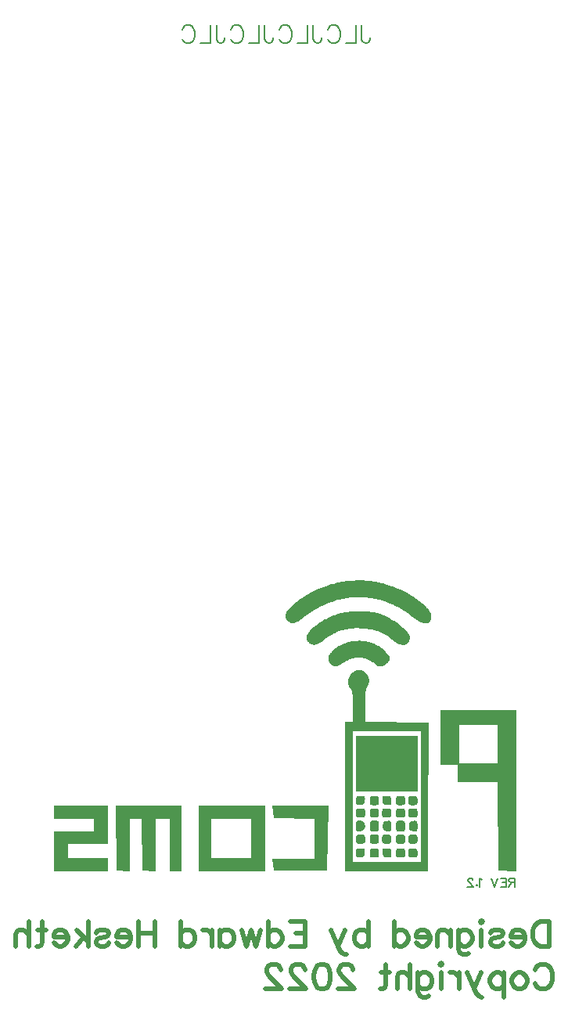
<source format=gbo>
G04 Layer: BottomSilkscreenLayer*
G04 EasyEDA v6.5.22, 2022-12-01 20:45:53*
G04 b50117659dfb47be9d47098780dced8c,a2731e2ff01b41edbee4f831c5fec297,10*
G04 Gerber Generator version 0.2*
G04 Scale: 100 percent, Rotated: No, Reflected: No *
G04 Dimensions in millimeters *
G04 leading zeros omitted , absolute positions ,4 integer and 5 decimal *
%FSLAX45Y45*%
%MOMM*%

%ADD10C,0.2032*%
%ADD11C,0.5080*%

%LPD*%
G36*
X3866794Y4621276D02*
G01*
X3842512Y4620768D01*
X3818178Y4619752D01*
X3793947Y4618177D01*
X3769664Y4616094D01*
X3751529Y4614164D01*
X3733393Y4611928D01*
X3703269Y4607610D01*
X3685286Y4604613D01*
X3655364Y4598974D01*
X3637483Y4595215D01*
X3619652Y4591151D01*
X3590086Y4583734D01*
X3572459Y4578908D01*
X3549091Y4572050D01*
X3514293Y4560773D01*
X3485591Y4550511D01*
X3457194Y4539538D01*
X3429101Y4527753D01*
X3417925Y4522825D01*
X3395776Y4512564D01*
X3368446Y4499152D01*
X3341471Y4484928D01*
X3325469Y4476038D01*
X3304387Y4463796D01*
X3278428Y4447794D01*
X3252876Y4431030D01*
X3232810Y4417161D01*
X3213049Y4402785D01*
X3193643Y4387951D01*
X3168548Y4367682D01*
X3154273Y4355439D01*
X3141268Y4343654D01*
X3129432Y4332224D01*
X3118764Y4321200D01*
X3109315Y4310583D01*
X3101035Y4300270D01*
X3093974Y4290314D01*
X3088030Y4280611D01*
X3083255Y4271264D01*
X3079648Y4262120D01*
X3077159Y4253280D01*
X3075787Y4244644D01*
X3075533Y4240377D01*
X3075584Y4236212D01*
X3076448Y4227982D01*
X3077311Y4223918D01*
X3078429Y4219905D01*
X3081477Y4211980D01*
X3085642Y4204208D01*
X3090875Y4196537D01*
X3097174Y4188968D01*
X3103321Y4182465D01*
X3109417Y4176776D01*
X3115564Y4171848D01*
X3121710Y4167682D01*
X3124809Y4165904D01*
X3131210Y4163009D01*
X3134461Y4161840D01*
X3141116Y4160215D01*
X3148126Y4159402D01*
X3155442Y4159453D01*
X3163163Y4160418D01*
X3171342Y4162298D01*
X3180080Y4165092D01*
X3189325Y4168800D01*
X3199282Y4173474D01*
X3209848Y4179163D01*
X3221228Y4185767D01*
X3233369Y4193387D01*
X3246424Y4202074D01*
X3260344Y4211726D01*
X3275279Y4222445D01*
X3291230Y4234230D01*
X3318154Y4254601D01*
X3343249Y4272584D01*
X3363569Y4286300D01*
X3384143Y4299458D01*
X3394506Y4305808D01*
X3420668Y4321048D01*
X3436518Y4329734D01*
X3463188Y4343501D01*
X3490163Y4356303D01*
X3511905Y4365904D01*
X3528314Y4372711D01*
X3544824Y4379214D01*
X3572510Y4389272D01*
X3600399Y4398416D01*
X3622801Y4405071D01*
X3639718Y4409694D01*
X3668014Y4416602D01*
X3679342Y4419142D01*
X3702100Y4423714D01*
X3724960Y4427728D01*
X3753561Y4431893D01*
X3770782Y4433976D01*
X3799484Y4436668D01*
X3822496Y4438142D01*
X3845509Y4439056D01*
X3874312Y4439412D01*
X3903065Y4438802D01*
X3920286Y4437989D01*
X3937508Y4436872D01*
X3960418Y4434840D01*
X3983278Y4432198D01*
X4000398Y4429861D01*
X4017467Y4427220D01*
X4040174Y4423105D01*
X4057142Y4419650D01*
X4085285Y4413199D01*
X4102049Y4408881D01*
X4129938Y4400905D01*
X4152087Y4393895D01*
X4174083Y4386326D01*
X4185005Y4382312D01*
X4212183Y4371594D01*
X4239107Y4360011D01*
X4265726Y4347464D01*
X4291990Y4334052D01*
X4302455Y4328414D01*
X4318000Y4319676D01*
X4333392Y4310634D01*
X4358792Y4294835D01*
X4373880Y4284878D01*
X4398619Y4267606D01*
X4423003Y4249420D01*
X4449013Y4228693D01*
X4462424Y4218279D01*
X4475480Y4208729D01*
X4488180Y4199991D01*
X4500524Y4192066D01*
X4512462Y4184954D01*
X4523994Y4178655D01*
X4535119Y4173220D01*
X4545838Y4168546D01*
X4556099Y4164736D01*
X4565954Y4161739D01*
X4575302Y4159554D01*
X4584242Y4158234D01*
X4592675Y4157675D01*
X4600651Y4157979D01*
X4604410Y4158386D01*
X4611624Y4159910D01*
X4618329Y4162247D01*
X4624476Y4165396D01*
X4630115Y4169359D01*
X4632706Y4171594D01*
X4637532Y4176826D01*
X4641799Y4182821D01*
X4645456Y4189628D01*
X4648555Y4197248D01*
X4651044Y4205681D01*
X4652924Y4214977D01*
X4654194Y4225036D01*
X4654804Y4235907D01*
X4654854Y4244340D01*
X4654245Y4249928D01*
X4653026Y4255668D01*
X4651248Y4261561D01*
X4648962Y4267657D01*
X4646066Y4273905D01*
X4642662Y4280306D01*
X4638751Y4286808D01*
X4634280Y4293514D01*
X4629353Y4300321D01*
X4623968Y4307230D01*
X4611776Y4321352D01*
X4605020Y4328617D01*
X4590237Y4343247D01*
X4573879Y4358182D01*
X4560620Y4369511D01*
X4541723Y4384700D01*
X4521606Y4399991D01*
X4494784Y4419041D01*
X4472127Y4434179D01*
X4442561Y4452823D01*
X4411726Y4471111D01*
X4386376Y4485335D01*
X4353864Y4502556D01*
X4320794Y4518964D01*
X4293971Y4531410D01*
X4267047Y4543196D01*
X4240072Y4554270D01*
X4226610Y4559503D01*
X4206443Y4566920D01*
X4179773Y4576064D01*
X4153408Y4584242D01*
X4140403Y4587951D01*
X4114698Y4594555D01*
X4084218Y4601108D01*
X4060342Y4605578D01*
X4030319Y4610354D01*
X4006240Y4613554D01*
X3982110Y4616196D01*
X3963924Y4617821D01*
X3945788Y4619142D01*
X3921506Y4620412D01*
X3897223Y4621123D01*
G37*
G36*
X3849319Y4287977D02*
G01*
X3823614Y4287367D01*
X3798315Y4285996D01*
X3773424Y4283811D01*
X3748887Y4280916D01*
X3724706Y4277156D01*
X3712718Y4275023D01*
X3688994Y4270095D01*
X3671417Y4265879D01*
X3648201Y4259529D01*
X3625240Y4252417D01*
X3608171Y4246524D01*
X3596894Y4242308D01*
X3580028Y4235653D01*
X3557727Y4226052D01*
X3535629Y4215587D01*
X3513683Y4204258D01*
X3502761Y4198315D01*
X3486454Y4188968D01*
X3464814Y4175760D01*
X3448659Y4165295D01*
X3433013Y4154728D01*
X3418332Y4144365D01*
X3404514Y4134307D01*
X3391662Y4124401D01*
X3379673Y4114749D01*
X3368598Y4105249D01*
X3358387Y4096004D01*
X3349142Y4086910D01*
X3340709Y4078020D01*
X3333242Y4069283D01*
X3326587Y4060748D01*
X3320846Y4052366D01*
X3315970Y4044137D01*
X3312007Y4036110D01*
X3308908Y4028186D01*
X3306622Y4020413D01*
X3305251Y4012793D01*
X3304743Y4005275D01*
X3305048Y3997909D01*
X3306216Y3990644D01*
X3307130Y3987037D01*
X3309620Y3979926D01*
X3312922Y3972915D01*
X3317087Y3966006D01*
X3322065Y3959199D01*
X3327857Y3952494D01*
X3334512Y3945839D01*
X3341370Y3939997D01*
X3348329Y3935069D01*
X3355390Y3931107D01*
X3362706Y3928110D01*
X3370275Y3926078D01*
X3374136Y3925417D01*
X3382162Y3924909D01*
X3390595Y3925366D01*
X3399434Y3926890D01*
X3408730Y3929430D01*
X3418586Y3932986D01*
X3429050Y3937609D01*
X3440125Y3943299D01*
X3451910Y3950055D01*
X3464458Y3957878D01*
X3477768Y3966870D01*
X3491890Y3976928D01*
X3517493Y3995928D01*
X3538524Y4010710D01*
X3559606Y4024376D01*
X3575456Y4033824D01*
X3586073Y4039819D01*
X3596690Y4045508D01*
X3607409Y4050944D01*
X3618128Y4056075D01*
X3634333Y4063288D01*
X3656177Y4071924D01*
X3678377Y4079544D01*
X3689604Y4082948D01*
X3700932Y4086047D01*
X3718153Y4090314D01*
X3741572Y4095089D01*
X3765499Y4098848D01*
X3790035Y4101592D01*
X3802532Y4102658D01*
X3828084Y4103979D01*
X3841140Y4104284D01*
X3861054Y4104335D01*
X3888333Y4103573D01*
X3916578Y4101896D01*
X3944365Y4099356D01*
X3957878Y4097782D01*
X3984142Y4093972D01*
X3996944Y4091736D01*
X4015740Y4087977D01*
X4040022Y4082186D01*
X4051858Y4078986D01*
X4063492Y4075531D01*
X4074922Y4071823D01*
X4091736Y4065828D01*
X4108145Y4059326D01*
X4124198Y4052265D01*
X4145026Y4042003D01*
X4165244Y4030726D01*
X4175150Y4024731D01*
X4194606Y4011929D01*
X4213606Y3998112D01*
X4232148Y3983228D01*
X4252772Y3965752D01*
X4264202Y3957116D01*
X4275531Y3949496D01*
X4286656Y3942892D01*
X4297629Y3937254D01*
X4308398Y3932580D01*
X4318863Y3928872D01*
X4329023Y3926179D01*
X4338878Y3924401D01*
X4348327Y3923588D01*
X4357420Y3923690D01*
X4366006Y3924757D01*
X4374184Y3926789D01*
X4378045Y3928110D01*
X4381804Y3929684D01*
X4388866Y3933545D01*
X4392168Y3935780D01*
X4395317Y3938270D01*
X4401210Y3943959D01*
X4406392Y3950512D01*
X4408728Y3954119D01*
X4412843Y3961993D01*
X4414621Y3966260D01*
X4417618Y3975506D01*
X4419803Y3985564D01*
X4421124Y3996537D01*
X4421479Y4002328D01*
X4421479Y4011269D01*
X4420717Y4017314D01*
X4419193Y4023563D01*
X4416958Y4030116D01*
X4413961Y4036822D01*
X4410354Y4043781D01*
X4406087Y4050842D01*
X4401159Y4058107D01*
X4395673Y4065524D01*
X4389577Y4073042D01*
X4382922Y4080713D01*
X4375708Y4088434D01*
X4368038Y4096207D01*
X4359859Y4104081D01*
X4351223Y4112006D01*
X4342180Y4119930D01*
X4322826Y4135780D01*
X4301998Y4151477D01*
X4279900Y4166971D01*
X4256786Y4182008D01*
X4232757Y4196588D01*
X4208068Y4210456D01*
X4195521Y4217111D01*
X4176522Y4226661D01*
X4163771Y4232706D01*
X4144568Y4241342D01*
X4119016Y4251756D01*
X4106265Y4256532D01*
X4093616Y4260951D01*
X4081068Y4265015D01*
X4068622Y4268673D01*
X4056329Y4271975D01*
X4046880Y4274210D01*
X4029811Y4277156D01*
X4007713Y4279900D01*
X3981805Y4282389D01*
X3953052Y4284522D01*
X3922725Y4286250D01*
X3884066Y4287621D01*
X3868877Y4287926D01*
G37*
G36*
X3870299Y3968496D02*
G01*
X3858209Y3968292D01*
X3846169Y3967734D01*
X3834180Y3966870D01*
X3822192Y3965701D01*
X3810304Y3964178D01*
X3798468Y3962400D01*
X3786682Y3960266D01*
X3774998Y3957828D01*
X3763365Y3955084D01*
X3751884Y3952087D01*
X3740454Y3948734D01*
X3729177Y3945077D01*
X3718051Y3941165D01*
X3707028Y3936898D01*
X3696106Y3932377D01*
X3685387Y3927551D01*
X3674821Y3922420D01*
X3664407Y3917035D01*
X3654196Y3911346D01*
X3639210Y3902252D01*
X3624681Y3892550D01*
X3615232Y3885692D01*
X3606037Y3878579D01*
X3597097Y3871214D01*
X3588359Y3863543D01*
X3578656Y3854399D01*
X3573576Y3849166D01*
X3564534Y3838803D01*
X3560521Y3833672D01*
X3556863Y3828542D01*
X3553561Y3823411D01*
X3550615Y3818331D01*
X3548024Y3813251D01*
X3545789Y3808171D01*
X3543909Y3803142D01*
X3542385Y3798112D01*
X3541217Y3793134D01*
X3540353Y3788105D01*
X3539896Y3783177D01*
X3539744Y3778199D01*
X3539998Y3773271D01*
X3540556Y3768344D01*
X3541522Y3763467D01*
X3542792Y3758539D01*
X3544468Y3753713D01*
X3546449Y3748836D01*
X3548786Y3744010D01*
X3551478Y3739184D01*
X3554526Y3734409D01*
X3557930Y3729634D01*
X3561689Y3724859D01*
X3565804Y3720084D01*
X3573576Y3712006D01*
X3581044Y3705301D01*
X3584752Y3702405D01*
X3588461Y3699865D01*
X3592169Y3697681D01*
X3595878Y3695852D01*
X3599687Y3694328D01*
X3603498Y3693160D01*
X3607460Y3692347D01*
X3611473Y3691890D01*
X3615639Y3691788D01*
X3619957Y3691991D01*
X3624376Y3692601D01*
X3633825Y3694836D01*
X3644137Y3698544D01*
X3655466Y3703675D01*
X3667912Y3710279D01*
X3681628Y3718356D01*
X3710686Y3737000D01*
X3722166Y3744010D01*
X3733800Y3750513D01*
X3745433Y3756456D01*
X3757168Y3761892D01*
X3768953Y3766718D01*
X3780790Y3771087D01*
X3792626Y3774846D01*
X3804513Y3778097D01*
X3816451Y3780790D01*
X3828338Y3782974D01*
X3840226Y3784549D01*
X3852113Y3785615D01*
X3863949Y3786124D01*
X3875735Y3786124D01*
X3887520Y3785565D01*
X3899204Y3784396D01*
X3910837Y3782720D01*
X3922420Y3780536D01*
X3933901Y3777742D01*
X3945280Y3774389D01*
X3956558Y3770528D01*
X3967683Y3766058D01*
X3978706Y3761079D01*
X3991203Y3754729D01*
X4004970Y3747262D01*
X4018026Y3739692D01*
X4030065Y3732326D01*
X4040784Y3725265D01*
X4049826Y3718814D01*
X4056887Y3713124D01*
X4061663Y3708450D01*
X4065371Y3703269D01*
X4068013Y3700373D01*
X4070858Y3697884D01*
X4074007Y3695750D01*
X4077411Y3694023D01*
X4081018Y3692601D01*
X4084828Y3691534D01*
X4088841Y3690823D01*
X4093006Y3690416D01*
X4097324Y3690315D01*
X4101795Y3690518D01*
X4106367Y3691026D01*
X4115765Y3692906D01*
X4125366Y3695801D01*
X4135069Y3699662D01*
X4144721Y3704437D01*
X4154170Y3710025D01*
X4163212Y3716324D01*
X4171797Y3723284D01*
X4179671Y3730802D01*
X4186783Y3738829D01*
X4189984Y3742994D01*
X4192930Y3747262D01*
X4195572Y3751630D01*
X4199991Y3760520D01*
X4201718Y3765042D01*
X4203090Y3769614D01*
X4204106Y3774236D01*
X4204716Y3778859D01*
X4204919Y3783482D01*
X4204716Y3786530D01*
X4204208Y3789730D01*
X4203395Y3793083D01*
X4200753Y3800094D01*
X4196994Y3807612D01*
X4192066Y3815486D01*
X4186123Y3823715D01*
X4179214Y3832148D01*
X4171442Y3840835D01*
X4162856Y3849573D01*
X4153509Y3858463D01*
X4143552Y3867302D01*
X4133037Y3876040D01*
X4122064Y3884676D01*
X4110634Y3893108D01*
X4098899Y3901287D01*
X4086910Y3909110D01*
X4074718Y3916578D01*
X4062476Y3923588D01*
X4050182Y3930040D01*
X4037939Y3935882D01*
X4025849Y3941114D01*
X4013962Y3945585D01*
X4002278Y3949395D01*
X3990492Y3952798D01*
X3978656Y3955897D01*
X3966718Y3958590D01*
X3954779Y3960977D01*
X3942740Y3963060D01*
X3930700Y3964787D01*
X3912615Y3966768D01*
X3894480Y3967987D01*
X3882339Y3968394D01*
G37*
G36*
X3872534Y3654806D02*
G01*
X3867302Y3654602D01*
X3862019Y3653993D01*
X3856736Y3653028D01*
X3851401Y3651656D01*
X3845966Y3649929D01*
X3840479Y3647795D01*
X3834942Y3645255D01*
X3829253Y3642309D01*
X3823462Y3639007D01*
X3817518Y3635298D01*
X3805224Y3626662D01*
X3798824Y3621735D01*
X3794201Y3617874D01*
X3789883Y3613759D01*
X3785717Y3609340D01*
X3781856Y3604717D01*
X3778199Y3599840D01*
X3774795Y3594760D01*
X3771646Y3589528D01*
X3768750Y3584092D01*
X3766108Y3578504D01*
X3763721Y3572814D01*
X3761587Y3567023D01*
X3759708Y3561181D01*
X3758082Y3555237D01*
X3755644Y3543198D01*
X3754272Y3531209D01*
X3753967Y3519322D01*
X3754272Y3513480D01*
X3754831Y3507689D01*
X3755644Y3502050D01*
X3756761Y3496564D01*
X3758133Y3491229D01*
X3759860Y3486048D01*
X3761841Y3481070D01*
X3764076Y3476294D01*
X3766667Y3471722D01*
X3769512Y3467455D01*
X3772662Y3463442D01*
X3776167Y3459683D01*
X3781653Y3454704D01*
X3784955Y3450996D01*
X3788003Y3446475D01*
X3790696Y3441090D01*
X3793134Y3434740D01*
X3795318Y3427272D01*
X3797198Y3418687D01*
X3798874Y3408883D01*
X3800348Y3397707D01*
X3801567Y3385108D01*
X3802583Y3371037D01*
X3803396Y3355340D01*
X3804462Y3318814D01*
X3804869Y3274822D01*
X3804920Y3089605D01*
X3721557Y3089605D01*
X3721557Y2989630D01*
X4538218Y2989630D01*
X4538218Y1572971D01*
X3804920Y1572971D01*
X3804920Y2989630D01*
X3721557Y2989630D01*
X3721557Y1472946D01*
X4621580Y1472946D01*
X4622241Y1940153D01*
X4624781Y3081274D01*
X3938219Y3090316D01*
X3938371Y3296513D01*
X3939032Y3333292D01*
X3940251Y3365195D01*
X3942130Y3392678D01*
X3943299Y3404920D01*
X3944670Y3416147D01*
X3946194Y3426510D01*
X3947922Y3435959D01*
X3949801Y3444646D01*
X3951935Y3452571D01*
X3954221Y3459784D01*
X3956761Y3466337D01*
X3959504Y3472230D01*
X3962450Y3477615D01*
X3967226Y3485387D01*
X3970121Y3490823D01*
X3972661Y3496360D01*
X3974846Y3501999D01*
X3976674Y3507740D01*
X3978198Y3513582D01*
X3979418Y3519474D01*
X3980230Y3525367D01*
X3980789Y3531362D01*
X3980992Y3537356D01*
X3980434Y3549345D01*
X3979672Y3555339D01*
X3978605Y3561232D01*
X3977233Y3567125D01*
X3975557Y3572916D01*
X3971290Y3584244D01*
X3968699Y3589782D01*
X3965803Y3595115D01*
X3962654Y3600348D01*
X3959199Y3605428D01*
X3955440Y3610356D01*
X3951427Y3615029D01*
X3947160Y3619550D01*
X3942587Y3623818D01*
X3937762Y3627882D01*
X3932631Y3631692D01*
X3920947Y3639312D01*
X3915308Y3642563D01*
X3904284Y3647897D01*
X3898849Y3649979D01*
X3893515Y3651707D01*
X3888232Y3653078D01*
X3882999Y3654044D01*
X3877767Y3654602D01*
G37*
G36*
X4754930Y3222955D02*
G01*
X4754930Y3056280D01*
X5371592Y3056280D01*
X5371592Y2639618D01*
X4954879Y2639618D01*
X4954879Y3056280D01*
X4754930Y3056280D01*
X4754930Y2622956D01*
X4938217Y2622956D01*
X4938217Y2439619D01*
X5371084Y2439619D01*
X5379923Y1481277D01*
X5571591Y1471320D01*
X5571591Y3222955D01*
G37*
G36*
X3838244Y2939643D02*
G01*
X3838244Y2339644D01*
X4504893Y2339644D01*
X4504893Y2939643D01*
G37*
G36*
X4454906Y2289606D02*
G01*
X4440021Y2289302D01*
X4433773Y2288844D01*
X4428337Y2288082D01*
X4423613Y2286965D01*
X4419549Y2285542D01*
X4416094Y2283663D01*
X4413250Y2281275D01*
X4410913Y2278430D01*
X4408982Y2274976D01*
X4407560Y2270912D01*
X4406493Y2266188D01*
X4405731Y2260752D01*
X4405223Y2254554D01*
X4404918Y2239619D01*
X4405223Y2224735D01*
X4405731Y2218486D01*
X4406493Y2213051D01*
X4407560Y2208326D01*
X4408982Y2204262D01*
X4410913Y2200859D01*
X4413250Y2197963D01*
X4416094Y2195626D01*
X4419549Y2193747D01*
X4423613Y2192274D01*
X4428337Y2191207D01*
X4433773Y2190445D01*
X4440021Y2189937D01*
X4454906Y2189632D01*
X4469790Y2189937D01*
X4476038Y2190445D01*
X4481474Y2191207D01*
X4486198Y2192274D01*
X4490262Y2193747D01*
X4493717Y2195626D01*
X4496562Y2197963D01*
X4498949Y2200859D01*
X4500829Y2204262D01*
X4502251Y2208326D01*
X4503318Y2213051D01*
X4504080Y2218486D01*
X4504588Y2224735D01*
X4504893Y2239619D01*
X4504588Y2254554D01*
X4504080Y2260752D01*
X4503318Y2266188D01*
X4502251Y2270912D01*
X4500829Y2274976D01*
X4498949Y2278430D01*
X4496562Y2281275D01*
X4493717Y2283663D01*
X4490262Y2285542D01*
X4486198Y2286965D01*
X4481474Y2288082D01*
X4476038Y2288844D01*
X4462780Y2289556D01*
G37*
G36*
X4321556Y2289606D02*
G01*
X4306671Y2289302D01*
X4300474Y2288844D01*
X4294987Y2288082D01*
X4290263Y2286965D01*
X4286199Y2285542D01*
X4282795Y2283663D01*
X4279900Y2281275D01*
X4277563Y2278430D01*
X4275683Y2274976D01*
X4274210Y2270912D01*
X4273143Y2266188D01*
X4272381Y2260752D01*
X4271670Y2247493D01*
X4271670Y2231745D01*
X4272381Y2218486D01*
X4273143Y2213051D01*
X4274210Y2208326D01*
X4275683Y2204262D01*
X4277563Y2200859D01*
X4279900Y2197963D01*
X4282795Y2195626D01*
X4286199Y2193747D01*
X4290263Y2192274D01*
X4294987Y2191207D01*
X4300474Y2190445D01*
X4306671Y2189937D01*
X4321556Y2189632D01*
X4336491Y2189937D01*
X4342688Y2190445D01*
X4348124Y2191207D01*
X4352848Y2192274D01*
X4356912Y2193747D01*
X4360367Y2195626D01*
X4363262Y2197963D01*
X4365599Y2200859D01*
X4367479Y2204262D01*
X4368952Y2208326D01*
X4370019Y2213051D01*
X4370781Y2218486D01*
X4371492Y2231745D01*
X4371492Y2247493D01*
X4370781Y2260752D01*
X4370019Y2266188D01*
X4368952Y2270912D01*
X4367479Y2274976D01*
X4365599Y2278430D01*
X4363262Y2281275D01*
X4360367Y2283663D01*
X4356912Y2285542D01*
X4352848Y2286965D01*
X4348124Y2288082D01*
X4342688Y2288844D01*
X4329480Y2289556D01*
G37*
G36*
X4170476Y2289606D02*
G01*
X4155135Y2289352D01*
X4148785Y2288946D01*
X4143248Y2288235D01*
X4138523Y2287270D01*
X4134510Y2286000D01*
X4131208Y2284272D01*
X4128566Y2282139D01*
X4126484Y2279548D01*
X4124960Y2276398D01*
X4123893Y2272690D01*
X4123334Y2268321D01*
X4123182Y2263292D01*
X4123842Y2251100D01*
X4125823Y2235301D01*
X4127347Y2227783D01*
X4129328Y2221230D01*
X4131716Y2215489D01*
X4134662Y2210511D01*
X4138218Y2206294D01*
X4142486Y2202738D01*
X4147413Y2199792D01*
X4153154Y2197354D01*
X4159758Y2195423D01*
X4167225Y2193899D01*
X4175760Y2192680D01*
X4189526Y2191410D01*
X4195267Y2191207D01*
X4200296Y2191410D01*
X4204614Y2191969D01*
X4208322Y2192985D01*
X4211472Y2194509D01*
X4214114Y2196592D01*
X4216247Y2199284D01*
X4217924Y2202586D01*
X4219244Y2206599D01*
X4220210Y2211324D01*
X4220870Y2216810D01*
X4221530Y2230374D01*
X4221276Y2253894D01*
X4220768Y2260295D01*
X4220057Y2265883D01*
X4218990Y2270709D01*
X4217517Y2274874D01*
X4215638Y2278380D01*
X4213250Y2281275D01*
X4210304Y2283663D01*
X4206798Y2285542D01*
X4202684Y2287016D01*
X4197807Y2288082D01*
X4192219Y2288844D01*
X4178604Y2289556D01*
G37*
G36*
X4038244Y2289606D02*
G01*
X4023309Y2289302D01*
X4017111Y2288844D01*
X4011676Y2288082D01*
X4006951Y2286965D01*
X4002887Y2285542D01*
X3999433Y2283663D01*
X3996588Y2281275D01*
X3994200Y2278430D01*
X3992321Y2274976D01*
X3990898Y2270912D01*
X3989781Y2266188D01*
X3989070Y2260752D01*
X3988562Y2254554D01*
X3988257Y2239619D01*
X3988562Y2224735D01*
X3989070Y2218486D01*
X3989781Y2213051D01*
X3990898Y2208326D01*
X3992321Y2204262D01*
X3994200Y2200859D01*
X3996588Y2197963D01*
X3999433Y2195626D01*
X4002887Y2193747D01*
X4006951Y2192274D01*
X4011676Y2191207D01*
X4017111Y2190445D01*
X4023309Y2189937D01*
X4038244Y2189632D01*
X4053128Y2189937D01*
X4059377Y2190445D01*
X4064812Y2191207D01*
X4069537Y2192274D01*
X4073601Y2193747D01*
X4077055Y2195626D01*
X4079900Y2197963D01*
X4082237Y2200859D01*
X4084116Y2204262D01*
X4085590Y2208326D01*
X4086656Y2213051D01*
X4087418Y2218486D01*
X4087926Y2224735D01*
X4088231Y2239619D01*
X4087926Y2254554D01*
X4087418Y2260752D01*
X4086656Y2266188D01*
X4085590Y2270912D01*
X4084116Y2274976D01*
X4082237Y2278430D01*
X4079900Y2281275D01*
X4077055Y2283663D01*
X4073601Y2285542D01*
X4069537Y2286965D01*
X4064812Y2288082D01*
X4059377Y2288844D01*
X4046118Y2289556D01*
G37*
G36*
X3889349Y2289606D02*
G01*
X3873957Y2289302D01*
X3867556Y2288844D01*
X3861968Y2288082D01*
X3857142Y2287016D01*
X3852976Y2285542D01*
X3849471Y2283663D01*
X3846576Y2281275D01*
X3844188Y2278380D01*
X3842308Y2274874D01*
X3840835Y2270709D01*
X3839768Y2265883D01*
X3839006Y2260295D01*
X3838295Y2246680D01*
X3838295Y2230374D01*
X3838498Y2223160D01*
X3838956Y2216810D01*
X3839616Y2211324D01*
X3840581Y2206599D01*
X3841902Y2202586D01*
X3843578Y2199284D01*
X3845712Y2196592D01*
X3848354Y2194509D01*
X3851452Y2192985D01*
X3855212Y2191969D01*
X3859529Y2191410D01*
X3864559Y2191207D01*
X3870299Y2191410D01*
X3884066Y2192680D01*
X3892550Y2193899D01*
X3900068Y2195423D01*
X3906672Y2197354D01*
X3912412Y2199792D01*
X3917340Y2202738D01*
X3921556Y2206294D01*
X3925112Y2210511D01*
X3928110Y2215489D01*
X3930497Y2221230D01*
X3932478Y2227783D01*
X3934002Y2235301D01*
X3935171Y2243785D01*
X3936441Y2257602D01*
X3936644Y2263292D01*
X3936492Y2268321D01*
X3935882Y2272690D01*
X3934866Y2276398D01*
X3933342Y2279548D01*
X3931259Y2282139D01*
X3928567Y2284272D01*
X3925265Y2286000D01*
X3921302Y2287270D01*
X3916527Y2288235D01*
X3911041Y2288946D01*
X3897477Y2289556D01*
G37*
G36*
X2936341Y2189632D02*
G01*
X2946552Y2047951D01*
X3388258Y2038654D01*
X3388258Y1606296D01*
X2936240Y1606296D01*
X2946552Y1481277D01*
X3529888Y1481277D01*
X3538931Y2189632D01*
G37*
G36*
X2138222Y2189632D02*
G01*
X2138222Y2039620D01*
X2704896Y2039620D01*
X2704896Y1622958D01*
X2271572Y1622958D01*
X2271572Y2039620D01*
X2138222Y2039620D01*
X2138222Y1472946D01*
X2854909Y1472946D01*
X2854909Y2189632D01*
G37*
G36*
X1237589Y2189632D02*
G01*
X1246581Y1481277D01*
X1388262Y1471066D01*
X1388262Y2039620D01*
X1520799Y2039620D01*
X1529892Y1481277D01*
X1671574Y1471066D01*
X1671574Y2039620D01*
X1821586Y2039620D01*
X1821586Y1472946D01*
X1954936Y1472946D01*
X1954936Y2189632D01*
G37*
G36*
X571601Y2189632D02*
G01*
X571601Y2039620D01*
X1004925Y2039620D01*
X1004925Y1906270D01*
X571601Y1906270D01*
X571601Y1472946D01*
X1154938Y1472946D01*
X1154938Y1622958D01*
X721563Y1622958D01*
X721563Y1772970D01*
X1154938Y1772970D01*
X1154938Y2189632D01*
G37*
G36*
X4454906Y2156307D02*
G01*
X4440021Y2155952D01*
X4433773Y2155494D01*
X4428337Y2154732D01*
X4423613Y2153666D01*
X4419549Y2152192D01*
X4416094Y2150313D01*
X4413250Y2147976D01*
X4410913Y2145080D01*
X4408982Y2141626D01*
X4407560Y2137562D01*
X4406493Y2132838D01*
X4405731Y2127402D01*
X4405223Y2121204D01*
X4404918Y2106320D01*
X4405223Y2091385D01*
X4405731Y2085187D01*
X4406493Y2079752D01*
X4407560Y2075027D01*
X4408982Y2070963D01*
X4410913Y2067509D01*
X4413250Y2064613D01*
X4416094Y2062276D01*
X4419549Y2060397D01*
X4423613Y2058924D01*
X4428337Y2057857D01*
X4433773Y2057095D01*
X4447032Y2056384D01*
X4462780Y2056384D01*
X4476038Y2057095D01*
X4481474Y2057857D01*
X4486198Y2058924D01*
X4490262Y2060397D01*
X4493717Y2062276D01*
X4496562Y2064613D01*
X4498949Y2067509D01*
X4500829Y2070963D01*
X4502251Y2075027D01*
X4503318Y2079752D01*
X4504080Y2085187D01*
X4504588Y2091385D01*
X4504893Y2106320D01*
X4504588Y2121204D01*
X4504080Y2127402D01*
X4503318Y2132838D01*
X4502251Y2137562D01*
X4500829Y2141626D01*
X4498949Y2145080D01*
X4496562Y2147976D01*
X4493717Y2150313D01*
X4490262Y2152192D01*
X4486198Y2153666D01*
X4481474Y2154732D01*
X4476038Y2155494D01*
X4462780Y2156206D01*
G37*
G36*
X4321556Y2156307D02*
G01*
X4306671Y2155952D01*
X4300474Y2155494D01*
X4294987Y2154732D01*
X4290263Y2153666D01*
X4286199Y2152192D01*
X4282795Y2150313D01*
X4279900Y2147976D01*
X4277563Y2145080D01*
X4275683Y2141626D01*
X4274210Y2137562D01*
X4273143Y2132838D01*
X4272381Y2127402D01*
X4271670Y2114194D01*
X4271670Y2098395D01*
X4272381Y2085187D01*
X4273143Y2079752D01*
X4274210Y2075027D01*
X4275683Y2070963D01*
X4277563Y2067509D01*
X4279900Y2064613D01*
X4282795Y2062276D01*
X4286199Y2060397D01*
X4290263Y2058924D01*
X4294987Y2057857D01*
X4300474Y2057095D01*
X4313682Y2056384D01*
X4329480Y2056384D01*
X4342688Y2057095D01*
X4348124Y2057857D01*
X4352848Y2058924D01*
X4356912Y2060397D01*
X4360367Y2062276D01*
X4363262Y2064613D01*
X4365599Y2067509D01*
X4367479Y2070963D01*
X4368952Y2075027D01*
X4370019Y2079752D01*
X4370781Y2085187D01*
X4371492Y2098395D01*
X4371492Y2114194D01*
X4370781Y2127402D01*
X4370019Y2132838D01*
X4368952Y2137562D01*
X4367479Y2141626D01*
X4365599Y2145080D01*
X4363262Y2147976D01*
X4360367Y2150313D01*
X4356912Y2152192D01*
X4352848Y2153666D01*
X4348124Y2154732D01*
X4342688Y2155494D01*
X4329480Y2156206D01*
G37*
G36*
X4171594Y2156307D02*
G01*
X4156659Y2155952D01*
X4150461Y2155494D01*
X4145026Y2154732D01*
X4140301Y2153666D01*
X4136237Y2152192D01*
X4132783Y2150313D01*
X4129887Y2147976D01*
X4127550Y2145080D01*
X4125671Y2141626D01*
X4124198Y2137562D01*
X4123131Y2132838D01*
X4122369Y2127402D01*
X4121658Y2114194D01*
X4121658Y2098395D01*
X4122369Y2085187D01*
X4123131Y2079752D01*
X4124198Y2075027D01*
X4125671Y2070963D01*
X4127550Y2067509D01*
X4129887Y2064613D01*
X4132783Y2062276D01*
X4136237Y2060397D01*
X4140301Y2058924D01*
X4145026Y2057857D01*
X4150461Y2057095D01*
X4163669Y2056384D01*
X4179468Y2056384D01*
X4192676Y2057095D01*
X4198112Y2057857D01*
X4202887Y2058924D01*
X4206951Y2060397D01*
X4210354Y2062276D01*
X4213250Y2064613D01*
X4215587Y2067509D01*
X4217466Y2070963D01*
X4218940Y2075027D01*
X4220006Y2079752D01*
X4220768Y2085187D01*
X4221480Y2098395D01*
X4221480Y2114194D01*
X4220768Y2127402D01*
X4220006Y2132838D01*
X4218940Y2137562D01*
X4217466Y2141626D01*
X4215587Y2145080D01*
X4213250Y2147976D01*
X4210354Y2150313D01*
X4206951Y2152192D01*
X4202887Y2153666D01*
X4198112Y2154732D01*
X4192676Y2155494D01*
X4179468Y2156206D01*
G37*
G36*
X4038244Y2156307D02*
G01*
X4023309Y2155952D01*
X4017111Y2155494D01*
X4011676Y2154732D01*
X4006951Y2153666D01*
X4002887Y2152192D01*
X3999433Y2150313D01*
X3996588Y2147976D01*
X3994200Y2145080D01*
X3992321Y2141626D01*
X3990898Y2137562D01*
X3989781Y2132838D01*
X3989070Y2127402D01*
X3988562Y2121204D01*
X3988257Y2106320D01*
X3988562Y2091385D01*
X3989070Y2085187D01*
X3989781Y2079752D01*
X3990898Y2075027D01*
X3992321Y2070963D01*
X3994200Y2067509D01*
X3996588Y2064613D01*
X3999433Y2062276D01*
X4002887Y2060397D01*
X4006951Y2058924D01*
X4011676Y2057857D01*
X4017111Y2057095D01*
X4030370Y2056384D01*
X4046118Y2056384D01*
X4059377Y2057095D01*
X4064812Y2057857D01*
X4069537Y2058924D01*
X4073601Y2060397D01*
X4077055Y2062276D01*
X4079900Y2064613D01*
X4082237Y2067509D01*
X4084116Y2070963D01*
X4085590Y2075027D01*
X4086656Y2079752D01*
X4087418Y2085187D01*
X4087926Y2091385D01*
X4088231Y2106320D01*
X4087926Y2121204D01*
X4087418Y2127402D01*
X4086656Y2132838D01*
X4085590Y2137562D01*
X4084116Y2141626D01*
X4082237Y2145080D01*
X4079900Y2147976D01*
X4077055Y2150313D01*
X4073601Y2152192D01*
X4069537Y2153666D01*
X4064812Y2154732D01*
X4059377Y2155494D01*
X4046118Y2156206D01*
G37*
G36*
X3888232Y2156307D02*
G01*
X3873347Y2155952D01*
X3867099Y2155494D01*
X3861663Y2154732D01*
X3856939Y2153666D01*
X3852875Y2152192D01*
X3849471Y2150313D01*
X3846576Y2147976D01*
X3844239Y2145080D01*
X3842359Y2141626D01*
X3840886Y2137562D01*
X3839819Y2132838D01*
X3839057Y2127402D01*
X3838549Y2121204D01*
X3838244Y2106320D01*
X3838549Y2091385D01*
X3839057Y2085187D01*
X3839819Y2079752D01*
X3840886Y2075027D01*
X3842359Y2070963D01*
X3844239Y2067509D01*
X3846576Y2064613D01*
X3849471Y2062276D01*
X3852875Y2060397D01*
X3856939Y2058924D01*
X3861663Y2057857D01*
X3867099Y2057095D01*
X3880358Y2056384D01*
X3896106Y2056384D01*
X3909364Y2057095D01*
X3914800Y2057857D01*
X3919524Y2058924D01*
X3923588Y2060397D01*
X3927043Y2062276D01*
X3929887Y2064613D01*
X3932275Y2067509D01*
X3934155Y2070963D01*
X3935577Y2075027D01*
X3936695Y2079752D01*
X3937457Y2085187D01*
X3938168Y2098395D01*
X3938168Y2114194D01*
X3937457Y2127402D01*
X3936695Y2132838D01*
X3935577Y2137562D01*
X3934155Y2141626D01*
X3932275Y2145080D01*
X3929887Y2147976D01*
X3927043Y2150313D01*
X3923588Y2152192D01*
X3919524Y2153666D01*
X3914800Y2154732D01*
X3909364Y2155494D01*
X3896106Y2156206D01*
G37*
G36*
X4321556Y2022957D02*
G01*
X4306214Y2022652D01*
X4299864Y2022195D01*
X4294327Y2021382D01*
X4289602Y2020265D01*
X4285538Y2018690D01*
X4282135Y2016556D01*
X4279290Y2013915D01*
X4277055Y2010664D01*
X4275277Y2006701D01*
X4273905Y2001977D01*
X4272889Y1996389D01*
X4272229Y1989937D01*
X4271619Y1974138D01*
X4271619Y1955139D01*
X4272229Y1939289D01*
X4272889Y1932838D01*
X4273905Y1927301D01*
X4275277Y1922576D01*
X4277055Y1918614D01*
X4279290Y1915312D01*
X4282135Y1912670D01*
X4285538Y1910588D01*
X4289602Y1909013D01*
X4294327Y1907844D01*
X4299864Y1907082D01*
X4306214Y1906574D01*
X4321556Y1906270D01*
X4336948Y1906574D01*
X4343298Y1907082D01*
X4348784Y1907844D01*
X4353560Y1909013D01*
X4357624Y1910588D01*
X4361027Y1912670D01*
X4363821Y1915312D01*
X4366107Y1918614D01*
X4367885Y1922576D01*
X4369257Y1927301D01*
X4370222Y1932838D01*
X4370882Y1939289D01*
X4371543Y1955139D01*
X4371543Y1974138D01*
X4370882Y1989937D01*
X4370222Y1996389D01*
X4369257Y2001977D01*
X4367885Y2006701D01*
X4366107Y2010664D01*
X4363821Y2013915D01*
X4361027Y2016556D01*
X4357624Y2018690D01*
X4353560Y2020265D01*
X4348784Y2021382D01*
X4343298Y2022195D01*
X4329734Y2022906D01*
G37*
G36*
X4038244Y2022957D02*
G01*
X4022851Y2022652D01*
X4016552Y2022195D01*
X4011015Y2021382D01*
X4006240Y2020265D01*
X4002176Y2018690D01*
X3998772Y2016556D01*
X3995978Y2013915D01*
X3993692Y2010664D01*
X3991914Y2006701D01*
X3990543Y2001977D01*
X3989578Y1996389D01*
X3988917Y1989937D01*
X3988308Y1974138D01*
X3988308Y1955139D01*
X3988917Y1939289D01*
X3989578Y1932838D01*
X3990543Y1927301D01*
X3991914Y1922576D01*
X3993692Y1918614D01*
X3995978Y1915312D01*
X3998772Y1912670D01*
X4002176Y1910588D01*
X4006240Y1909013D01*
X4011015Y1907844D01*
X4016552Y1907082D01*
X4022851Y1906574D01*
X4038244Y1906270D01*
X4053586Y1906574D01*
X4059936Y1907082D01*
X4065473Y1907844D01*
X4070248Y1909013D01*
X4074312Y1910588D01*
X4077715Y1912670D01*
X4080510Y1915312D01*
X4082796Y1918614D01*
X4084574Y1922576D01*
X4085894Y1927301D01*
X4086910Y1932838D01*
X4087571Y1939289D01*
X4088180Y1955139D01*
X4088180Y1974138D01*
X4087571Y1989937D01*
X4086910Y1996389D01*
X4085894Y2001977D01*
X4084574Y2006701D01*
X4082796Y2010664D01*
X4080510Y2013915D01*
X4077715Y2016556D01*
X4074312Y2018690D01*
X4070248Y2020265D01*
X4065473Y2021382D01*
X4059936Y2022195D01*
X4046372Y2022906D01*
G37*
G36*
X3880408Y2022957D02*
G01*
X3867912Y2022551D01*
X3862679Y2021992D01*
X3858107Y2021078D01*
X3854145Y2019757D01*
X3850690Y2017979D01*
X3847795Y2015743D01*
X3845356Y2012950D01*
X3843375Y2009495D01*
X3841750Y2005380D01*
X3840530Y2000554D01*
X3839616Y1994966D01*
X3838956Y1988515D01*
X3838295Y1972818D01*
X3838448Y1945233D01*
X3838854Y1937715D01*
X3839464Y1931162D01*
X3840327Y1925624D01*
X3841546Y1920951D01*
X3843172Y1917090D01*
X3845255Y1913991D01*
X3847795Y1911604D01*
X3850894Y1909876D01*
X3854602Y1908708D01*
X3858971Y1908048D01*
X3864000Y1907844D01*
X3869842Y1908048D01*
X3883914Y1909368D01*
X3890670Y1910384D01*
X3897020Y1911908D01*
X3902964Y1913839D01*
X3908450Y1916175D01*
X3913530Y1918970D01*
X3918153Y1922119D01*
X3922318Y1925675D01*
X3926078Y1929536D01*
X3929329Y1933803D01*
X3932072Y1938375D01*
X3934358Y1943303D01*
X3936187Y1948484D01*
X3937457Y1953971D01*
X3938270Y1959711D01*
X3938524Y1965706D01*
X3938270Y1971954D01*
X3937508Y1978406D01*
X3936187Y1985060D01*
X3934307Y1991918D01*
X3931818Y1998929D01*
X3929126Y2003755D01*
X3924909Y2008276D01*
X3919474Y2012340D01*
X3912920Y2015896D01*
X3905554Y2018842D01*
X3897528Y2021078D01*
X3889095Y2022449D01*
G37*
G36*
X4479086Y2021433D02*
G01*
X4473244Y2021230D01*
X4459071Y2019909D01*
X4446016Y2017979D01*
X4440478Y2016760D01*
X4435602Y2015337D01*
X4431334Y2013610D01*
X4427575Y2011578D01*
X4424375Y2009190D01*
X4421682Y2006396D01*
X4419396Y2003196D01*
X4417568Y1999488D01*
X4416094Y1995220D01*
X4414977Y1990445D01*
X4414164Y1985010D01*
X4413605Y1978914D01*
X4413250Y1964639D01*
X4413605Y1950313D01*
X4414164Y1944268D01*
X4414977Y1938832D01*
X4416094Y1934006D01*
X4417568Y1929790D01*
X4419396Y1926082D01*
X4421682Y1922830D01*
X4424375Y1920087D01*
X4427575Y1917700D01*
X4431334Y1915668D01*
X4435602Y1913940D01*
X4440478Y1912518D01*
X4446016Y1911299D01*
X4452213Y1910232D01*
X4466590Y1908556D01*
X4473244Y1907997D01*
X4479086Y1907844D01*
X4484166Y1907997D01*
X4488535Y1908657D01*
X4492294Y1909876D01*
X4495393Y1911654D01*
X4497933Y1914093D01*
X4500016Y1917242D01*
X4501642Y1921154D01*
X4502861Y1925929D01*
X4503724Y1931568D01*
X4504334Y1938223D01*
X4504842Y1954682D01*
X4504842Y1974545D01*
X4504334Y1991004D01*
X4503724Y1997659D01*
X4502861Y2003348D01*
X4501642Y2008124D01*
X4500016Y2012035D01*
X4497933Y2015185D01*
X4495393Y2017623D01*
X4492294Y2019401D01*
X4488535Y2020570D01*
X4484166Y2021230D01*
G37*
G36*
X4195775Y2021433D02*
G01*
X4189933Y2021230D01*
X4175760Y2019909D01*
X4162653Y2017979D01*
X4157167Y2016760D01*
X4152290Y2015337D01*
X4147972Y2013610D01*
X4144264Y2011578D01*
X4141063Y2009190D01*
X4138320Y2006396D01*
X4136085Y2003196D01*
X4134205Y1999488D01*
X4132732Y1995220D01*
X4131614Y1990445D01*
X4130801Y1985010D01*
X4129989Y1972157D01*
X4129989Y1957120D01*
X4130801Y1944268D01*
X4131614Y1938832D01*
X4132732Y1934006D01*
X4134205Y1929790D01*
X4136085Y1926082D01*
X4138320Y1922830D01*
X4141063Y1920087D01*
X4144264Y1917700D01*
X4147972Y1915668D01*
X4152290Y1913940D01*
X4157167Y1912518D01*
X4162653Y1911299D01*
X4168851Y1910232D01*
X4183278Y1908556D01*
X4189933Y1907997D01*
X4195775Y1907844D01*
X4200855Y1907997D01*
X4205224Y1908657D01*
X4208932Y1909876D01*
X4212031Y1911654D01*
X4214622Y1914093D01*
X4216654Y1917242D01*
X4218279Y1921154D01*
X4219498Y1925929D01*
X4220413Y1931568D01*
X4220972Y1938223D01*
X4221530Y1954682D01*
X4221530Y1974545D01*
X4220972Y1991004D01*
X4220413Y1997659D01*
X4219498Y2003348D01*
X4218279Y2008124D01*
X4216654Y2012035D01*
X4214622Y2015185D01*
X4212031Y2017623D01*
X4208932Y2019401D01*
X4205224Y2020570D01*
X4200855Y2021230D01*
G37*
G36*
X4454906Y1872945D02*
G01*
X4440021Y1872640D01*
X4433773Y1872132D01*
X4428337Y1871421D01*
X4423613Y1870303D01*
X4419549Y1868881D01*
X4416094Y1867001D01*
X4413250Y1864614D01*
X4410913Y1861769D01*
X4408982Y1858314D01*
X4407560Y1854250D01*
X4406493Y1849526D01*
X4405731Y1844090D01*
X4405223Y1837893D01*
X4404918Y1822957D01*
X4405223Y1808073D01*
X4405731Y1801825D01*
X4406493Y1796389D01*
X4407560Y1791665D01*
X4408982Y1787601D01*
X4410913Y1784146D01*
X4413250Y1781302D01*
X4416094Y1778965D01*
X4419549Y1777085D01*
X4423613Y1775612D01*
X4428337Y1774545D01*
X4433773Y1773783D01*
X4440021Y1773275D01*
X4454906Y1772970D01*
X4469790Y1773275D01*
X4476038Y1773783D01*
X4481474Y1774545D01*
X4486198Y1775612D01*
X4490262Y1777085D01*
X4493717Y1778965D01*
X4496562Y1781302D01*
X4498949Y1784146D01*
X4500829Y1787601D01*
X4502251Y1791665D01*
X4503318Y1796389D01*
X4504080Y1801825D01*
X4504588Y1808073D01*
X4504893Y1822957D01*
X4504588Y1837893D01*
X4504080Y1844090D01*
X4503318Y1849526D01*
X4502251Y1854250D01*
X4500829Y1858314D01*
X4498949Y1861769D01*
X4496562Y1864614D01*
X4493717Y1867001D01*
X4490262Y1868881D01*
X4486198Y1870303D01*
X4481474Y1871421D01*
X4476038Y1872132D01*
X4469790Y1872640D01*
G37*
G36*
X4321556Y1872945D02*
G01*
X4306671Y1872640D01*
X4300474Y1872132D01*
X4294987Y1871421D01*
X4290263Y1870303D01*
X4286199Y1868881D01*
X4282795Y1867001D01*
X4279900Y1864614D01*
X4277563Y1861769D01*
X4275683Y1858314D01*
X4274210Y1854250D01*
X4273143Y1849526D01*
X4272381Y1844090D01*
X4271670Y1830832D01*
X4271670Y1815084D01*
X4272381Y1801825D01*
X4273143Y1796389D01*
X4274210Y1791665D01*
X4275683Y1787601D01*
X4277563Y1784146D01*
X4279900Y1781302D01*
X4282795Y1778965D01*
X4286199Y1777085D01*
X4290263Y1775612D01*
X4294987Y1774545D01*
X4300474Y1773783D01*
X4306671Y1773275D01*
X4321556Y1772970D01*
X4336491Y1773275D01*
X4342688Y1773783D01*
X4348124Y1774545D01*
X4352848Y1775612D01*
X4356912Y1777085D01*
X4360367Y1778965D01*
X4363262Y1781302D01*
X4365599Y1784146D01*
X4367479Y1787601D01*
X4368952Y1791665D01*
X4370019Y1796389D01*
X4370781Y1801825D01*
X4371492Y1815084D01*
X4371492Y1830832D01*
X4370781Y1844090D01*
X4370019Y1849526D01*
X4368952Y1854250D01*
X4367479Y1858314D01*
X4365599Y1861769D01*
X4363262Y1864614D01*
X4360367Y1867001D01*
X4356912Y1868881D01*
X4352848Y1870303D01*
X4348124Y1871421D01*
X4342688Y1872132D01*
X4336491Y1872640D01*
G37*
G36*
X4171594Y1872945D02*
G01*
X4156659Y1872640D01*
X4150461Y1872132D01*
X4145026Y1871421D01*
X4140301Y1870303D01*
X4136237Y1868881D01*
X4132783Y1867001D01*
X4129887Y1864614D01*
X4127550Y1861769D01*
X4125671Y1858314D01*
X4124198Y1854250D01*
X4123131Y1849526D01*
X4122369Y1844090D01*
X4121658Y1830832D01*
X4121658Y1815084D01*
X4122369Y1801825D01*
X4123131Y1796389D01*
X4124198Y1791665D01*
X4125671Y1787601D01*
X4127550Y1784146D01*
X4129887Y1781302D01*
X4132783Y1778965D01*
X4136237Y1777085D01*
X4140301Y1775612D01*
X4145026Y1774545D01*
X4150461Y1773783D01*
X4156659Y1773275D01*
X4171594Y1772970D01*
X4186478Y1773275D01*
X4192676Y1773783D01*
X4198112Y1774545D01*
X4202887Y1775612D01*
X4206951Y1777085D01*
X4210354Y1778965D01*
X4213250Y1781302D01*
X4215587Y1784146D01*
X4217466Y1787601D01*
X4218940Y1791665D01*
X4220006Y1796389D01*
X4220768Y1801825D01*
X4221480Y1815084D01*
X4221480Y1830832D01*
X4220768Y1844090D01*
X4220006Y1849526D01*
X4218940Y1854250D01*
X4217466Y1858314D01*
X4215587Y1861769D01*
X4213250Y1864614D01*
X4210354Y1867001D01*
X4206951Y1868881D01*
X4202887Y1870303D01*
X4198112Y1871421D01*
X4192676Y1872132D01*
X4186478Y1872640D01*
G37*
G36*
X4038244Y1872945D02*
G01*
X4023309Y1872640D01*
X4017111Y1872132D01*
X4011676Y1871421D01*
X4006951Y1870303D01*
X4002887Y1868881D01*
X3999433Y1867001D01*
X3996588Y1864614D01*
X3994200Y1861769D01*
X3992321Y1858314D01*
X3990898Y1854250D01*
X3989781Y1849526D01*
X3989070Y1844090D01*
X3988562Y1837893D01*
X3988257Y1822957D01*
X3988562Y1808073D01*
X3989070Y1801825D01*
X3989781Y1796389D01*
X3990898Y1791665D01*
X3992321Y1787601D01*
X3994200Y1784146D01*
X3996588Y1781302D01*
X3999433Y1778965D01*
X4002887Y1777085D01*
X4006951Y1775612D01*
X4011676Y1774545D01*
X4017111Y1773783D01*
X4023309Y1773275D01*
X4038244Y1772970D01*
X4053128Y1773275D01*
X4059377Y1773783D01*
X4064812Y1774545D01*
X4069537Y1775612D01*
X4073601Y1777085D01*
X4077055Y1778965D01*
X4079900Y1781302D01*
X4082237Y1784146D01*
X4084116Y1787601D01*
X4085590Y1791665D01*
X4086656Y1796389D01*
X4087418Y1801825D01*
X4087926Y1808073D01*
X4088231Y1822957D01*
X4087926Y1837893D01*
X4087418Y1844090D01*
X4086656Y1849526D01*
X4085590Y1854250D01*
X4084116Y1858314D01*
X4082237Y1861769D01*
X4079900Y1864614D01*
X4077055Y1867001D01*
X4073601Y1868881D01*
X4069537Y1870303D01*
X4064812Y1871421D01*
X4059377Y1872132D01*
X4053128Y1872640D01*
G37*
G36*
X3888232Y1872945D02*
G01*
X3873347Y1872640D01*
X3867099Y1872132D01*
X3861663Y1871421D01*
X3856939Y1870303D01*
X3852875Y1868881D01*
X3849471Y1867001D01*
X3846576Y1864614D01*
X3844239Y1861769D01*
X3842359Y1858314D01*
X3840886Y1854250D01*
X3839819Y1849526D01*
X3839057Y1844090D01*
X3838549Y1837893D01*
X3838244Y1822957D01*
X3838549Y1808073D01*
X3839057Y1801825D01*
X3839819Y1796389D01*
X3840886Y1791665D01*
X3842359Y1787601D01*
X3844239Y1784146D01*
X3846576Y1781302D01*
X3849471Y1778965D01*
X3852875Y1777085D01*
X3856939Y1775612D01*
X3861663Y1774545D01*
X3867099Y1773783D01*
X3873347Y1773275D01*
X3888232Y1772970D01*
X3903167Y1773275D01*
X3909364Y1773783D01*
X3914800Y1774545D01*
X3919524Y1775612D01*
X3923588Y1777085D01*
X3927043Y1778965D01*
X3929887Y1781302D01*
X3932275Y1784146D01*
X3934155Y1787601D01*
X3935577Y1791665D01*
X3936695Y1796389D01*
X3937457Y1801825D01*
X3938168Y1815084D01*
X3938168Y1830832D01*
X3937457Y1844090D01*
X3936695Y1849526D01*
X3935577Y1854250D01*
X3934155Y1858314D01*
X3932275Y1861769D01*
X3929887Y1864614D01*
X3927043Y1867001D01*
X3923588Y1868881D01*
X3919524Y1870303D01*
X3914800Y1871421D01*
X3909364Y1872132D01*
X3903167Y1872640D01*
G37*
G36*
X4454906Y1722983D02*
G01*
X4440021Y1722628D01*
X4433773Y1722170D01*
X4428337Y1721408D01*
X4423613Y1720342D01*
X4419549Y1718868D01*
X4416094Y1716989D01*
X4413250Y1714652D01*
X4410913Y1711756D01*
X4408982Y1708302D01*
X4407560Y1704238D01*
X4406493Y1699514D01*
X4405731Y1694078D01*
X4405223Y1687880D01*
X4404918Y1672945D01*
X4405223Y1658061D01*
X4405731Y1651863D01*
X4406493Y1646377D01*
X4407560Y1641652D01*
X4408982Y1637588D01*
X4410913Y1634185D01*
X4413250Y1631289D01*
X4416094Y1628952D01*
X4419549Y1627073D01*
X4423613Y1625600D01*
X4428337Y1624533D01*
X4433773Y1623771D01*
X4447032Y1623060D01*
X4462780Y1623060D01*
X4476038Y1623771D01*
X4481474Y1624533D01*
X4486198Y1625600D01*
X4490262Y1627073D01*
X4493717Y1628952D01*
X4496562Y1631289D01*
X4498949Y1634185D01*
X4500829Y1637588D01*
X4502251Y1641652D01*
X4503318Y1646377D01*
X4504080Y1651863D01*
X4504588Y1658061D01*
X4504893Y1672945D01*
X4504588Y1687880D01*
X4504080Y1694078D01*
X4503318Y1699514D01*
X4502251Y1704238D01*
X4500829Y1708302D01*
X4498949Y1711756D01*
X4496562Y1714652D01*
X4493717Y1716989D01*
X4490262Y1718868D01*
X4486198Y1720342D01*
X4481474Y1721408D01*
X4476038Y1722170D01*
X4462780Y1722882D01*
G37*
G36*
X4321556Y1722983D02*
G01*
X4306671Y1722628D01*
X4300474Y1722170D01*
X4294987Y1721408D01*
X4290263Y1720342D01*
X4286199Y1718868D01*
X4282795Y1716989D01*
X4279900Y1714652D01*
X4277563Y1711756D01*
X4275683Y1708302D01*
X4274210Y1704238D01*
X4273143Y1699514D01*
X4272381Y1694078D01*
X4271670Y1680870D01*
X4271670Y1665071D01*
X4272381Y1651863D01*
X4273143Y1646377D01*
X4274210Y1641652D01*
X4275683Y1637588D01*
X4277563Y1634185D01*
X4279900Y1631289D01*
X4282795Y1628952D01*
X4286199Y1627073D01*
X4290263Y1625600D01*
X4294987Y1624533D01*
X4300474Y1623771D01*
X4313682Y1623060D01*
X4329480Y1623060D01*
X4342688Y1623771D01*
X4348124Y1624533D01*
X4352848Y1625600D01*
X4356912Y1627073D01*
X4360367Y1628952D01*
X4363262Y1631289D01*
X4365599Y1634185D01*
X4367479Y1637588D01*
X4368952Y1641652D01*
X4370019Y1646377D01*
X4370781Y1651863D01*
X4371492Y1665071D01*
X4371492Y1680870D01*
X4370781Y1694078D01*
X4370019Y1699514D01*
X4368952Y1704238D01*
X4367479Y1708302D01*
X4365599Y1711756D01*
X4363262Y1714652D01*
X4360367Y1716989D01*
X4356912Y1718868D01*
X4352848Y1720342D01*
X4348124Y1721408D01*
X4342688Y1722170D01*
X4329480Y1722882D01*
G37*
G36*
X4170476Y1722983D02*
G01*
X4155135Y1722678D01*
X4148785Y1722272D01*
X4143248Y1721612D01*
X4138523Y1720646D01*
X4134510Y1719325D01*
X4131208Y1717598D01*
X4128566Y1715465D01*
X4126484Y1712874D01*
X4124960Y1709724D01*
X4123893Y1706016D01*
X4123334Y1701647D01*
X4123182Y1696669D01*
X4123842Y1684426D01*
X4125823Y1668627D01*
X4127347Y1661109D01*
X4129328Y1654556D01*
X4131716Y1648815D01*
X4134662Y1643837D01*
X4138218Y1639620D01*
X4142486Y1636064D01*
X4147413Y1633118D01*
X4153154Y1630680D01*
X4159758Y1628749D01*
X4167225Y1627225D01*
X4175760Y1626006D01*
X4189526Y1624736D01*
X4195267Y1624533D01*
X4200296Y1624736D01*
X4204614Y1625295D01*
X4208322Y1626311D01*
X4211472Y1627886D01*
X4214114Y1629918D01*
X4216247Y1632610D01*
X4217924Y1635912D01*
X4219244Y1639925D01*
X4220210Y1644650D01*
X4220870Y1650187D01*
X4221530Y1663700D01*
X4221276Y1687220D01*
X4220768Y1693621D01*
X4220057Y1699209D01*
X4218990Y1704035D01*
X4217517Y1708200D01*
X4215638Y1711706D01*
X4213250Y1714652D01*
X4210304Y1716989D01*
X4206798Y1718919D01*
X4202684Y1720342D01*
X4197807Y1721459D01*
X4192219Y1722170D01*
X4178604Y1722882D01*
G37*
G36*
X4038244Y1722983D02*
G01*
X4023309Y1722628D01*
X4017111Y1722170D01*
X4011676Y1721408D01*
X4006951Y1720342D01*
X4002887Y1718868D01*
X3999433Y1716989D01*
X3996588Y1714652D01*
X3994200Y1711756D01*
X3992321Y1708302D01*
X3990898Y1704238D01*
X3989781Y1699514D01*
X3989070Y1694078D01*
X3988562Y1687880D01*
X3988257Y1672945D01*
X3988562Y1658061D01*
X3989070Y1651863D01*
X3989781Y1646377D01*
X3990898Y1641652D01*
X3992321Y1637588D01*
X3994200Y1634185D01*
X3996588Y1631289D01*
X3999433Y1628952D01*
X4002887Y1627073D01*
X4006951Y1625600D01*
X4011676Y1624533D01*
X4017111Y1623771D01*
X4030370Y1623060D01*
X4046118Y1623060D01*
X4059377Y1623771D01*
X4064812Y1624533D01*
X4069537Y1625600D01*
X4073601Y1627073D01*
X4077055Y1628952D01*
X4079900Y1631289D01*
X4082237Y1634185D01*
X4084116Y1637588D01*
X4085590Y1641652D01*
X4086656Y1646377D01*
X4087418Y1651863D01*
X4087926Y1658061D01*
X4088231Y1672945D01*
X4087926Y1687880D01*
X4087418Y1694078D01*
X4086656Y1699514D01*
X4085590Y1704238D01*
X4084116Y1708302D01*
X4082237Y1711756D01*
X4079900Y1714652D01*
X4077055Y1716989D01*
X4073601Y1718868D01*
X4069537Y1720342D01*
X4064812Y1721408D01*
X4059377Y1722170D01*
X4046118Y1722882D01*
G37*
G36*
X3889349Y1722983D02*
G01*
X3873957Y1722628D01*
X3867556Y1722170D01*
X3861968Y1721459D01*
X3857142Y1720342D01*
X3852976Y1718919D01*
X3849471Y1716989D01*
X3846576Y1714652D01*
X3844188Y1711706D01*
X3842308Y1708200D01*
X3840835Y1704035D01*
X3839768Y1699209D01*
X3839006Y1693621D01*
X3838295Y1680006D01*
X3838295Y1663700D01*
X3838498Y1656486D01*
X3838956Y1650187D01*
X3839616Y1644650D01*
X3840581Y1639925D01*
X3841902Y1635912D01*
X3843578Y1632610D01*
X3845712Y1629918D01*
X3848354Y1627886D01*
X3851452Y1626311D01*
X3855212Y1625295D01*
X3859529Y1624736D01*
X3864559Y1624533D01*
X3870299Y1624736D01*
X3884066Y1626006D01*
X3892550Y1627225D01*
X3900068Y1628749D01*
X3906672Y1630680D01*
X3912412Y1633118D01*
X3917340Y1636064D01*
X3921556Y1639620D01*
X3925112Y1643837D01*
X3928110Y1648815D01*
X3930497Y1654556D01*
X3932478Y1661109D01*
X3934002Y1668627D01*
X3935171Y1677111D01*
X3936441Y1690928D01*
X3936644Y1696669D01*
X3936492Y1701647D01*
X3935882Y1706016D01*
X3934866Y1709724D01*
X3933342Y1712874D01*
X3931259Y1715465D01*
X3928567Y1717598D01*
X3925265Y1719325D01*
X3921302Y1720646D01*
X3916527Y1721612D01*
X3911041Y1722272D01*
X3897477Y1722882D01*
G37*
D10*
X3901772Y10625394D02*
G01*
X3901772Y10477611D01*
X3911010Y10449902D01*
X3920246Y10440667D01*
X3938719Y10431432D01*
X3957193Y10431432D01*
X3975663Y10440667D01*
X3984901Y10449902D01*
X3994137Y10477611D01*
X3994137Y10496085D01*
X3840812Y10625394D02*
G01*
X3840812Y10431432D01*
X3840812Y10431432D02*
G01*
X3729977Y10431432D01*
X3530472Y10579211D02*
G01*
X3539708Y10597685D01*
X3558181Y10616158D01*
X3576652Y10625394D01*
X3613599Y10625394D01*
X3632072Y10616158D01*
X3650543Y10597685D01*
X3659781Y10579211D01*
X3669017Y10551502D01*
X3669017Y10505323D01*
X3659781Y10477611D01*
X3650543Y10459140D01*
X3632072Y10440667D01*
X3613599Y10431432D01*
X3576652Y10431432D01*
X3558181Y10440667D01*
X3539708Y10459140D01*
X3530472Y10477611D01*
X3377148Y10625394D02*
G01*
X3377148Y10477611D01*
X3386383Y10449902D01*
X3395621Y10440667D01*
X3414092Y10431432D01*
X3432566Y10431432D01*
X3451039Y10440667D01*
X3460275Y10449902D01*
X3469513Y10477611D01*
X3469513Y10496085D01*
X3316188Y10625394D02*
G01*
X3316188Y10431432D01*
X3316188Y10431432D02*
G01*
X3205352Y10431432D01*
X3005846Y10579211D02*
G01*
X3015081Y10597685D01*
X3033555Y10616158D01*
X3052028Y10625394D01*
X3088972Y10625394D01*
X3107446Y10616158D01*
X3125919Y10597685D01*
X3135155Y10579211D01*
X3144393Y10551502D01*
X3144393Y10505323D01*
X3135155Y10477611D01*
X3125919Y10459140D01*
X3107446Y10440667D01*
X3088972Y10431432D01*
X3052028Y10431432D01*
X3033555Y10440667D01*
X3015081Y10459140D01*
X3005846Y10477611D01*
X2852521Y10625394D02*
G01*
X2852521Y10477611D01*
X2861759Y10449902D01*
X2870995Y10440667D01*
X2889468Y10431432D01*
X2907941Y10431432D01*
X2926412Y10440667D01*
X2935650Y10449902D01*
X2944886Y10477611D01*
X2944886Y10496085D01*
X2791561Y10625394D02*
G01*
X2791561Y10431432D01*
X2791561Y10431432D02*
G01*
X2680726Y10431432D01*
X2481221Y10579211D02*
G01*
X2490457Y10597685D01*
X2508930Y10616158D01*
X2527401Y10625394D01*
X2564348Y10625394D01*
X2582821Y10616158D01*
X2601292Y10597685D01*
X2610530Y10579211D01*
X2619766Y10551502D01*
X2619766Y10505323D01*
X2610530Y10477611D01*
X2601292Y10459140D01*
X2582821Y10440667D01*
X2564348Y10431432D01*
X2527401Y10431432D01*
X2508930Y10440667D01*
X2490457Y10459140D01*
X2481221Y10477611D01*
X2327897Y10625394D02*
G01*
X2327897Y10477611D01*
X2337132Y10449902D01*
X2346370Y10440667D01*
X2364841Y10431432D01*
X2383315Y10431432D01*
X2401788Y10440667D01*
X2411023Y10449902D01*
X2420261Y10477611D01*
X2420261Y10496085D01*
X2266937Y10625394D02*
G01*
X2266937Y10431432D01*
X2266937Y10431432D02*
G01*
X2156101Y10431432D01*
X1956595Y10579211D02*
G01*
X1965833Y10597685D01*
X1984303Y10616158D01*
X2002777Y10625394D01*
X2039721Y10625394D01*
X2058195Y10616158D01*
X2076668Y10597685D01*
X2085903Y10579211D01*
X2095141Y10551502D01*
X2095141Y10505323D01*
X2085903Y10477611D01*
X2076668Y10459140D01*
X2058195Y10440667D01*
X2039721Y10431432D01*
X2002777Y10431432D01*
X1984303Y10440667D01*
X1965833Y10459140D01*
X1956595Y10477611D01*
X5556250Y1402659D02*
G01*
X5556250Y1307203D01*
X5556250Y1402659D02*
G01*
X5515340Y1402659D01*
X5501703Y1398112D01*
X5497159Y1393568D01*
X5492612Y1384477D01*
X5492612Y1375387D01*
X5497159Y1366296D01*
X5501703Y1361749D01*
X5515340Y1357203D01*
X5556250Y1357203D01*
X5524431Y1357203D02*
G01*
X5492612Y1307203D01*
X5462612Y1402659D02*
G01*
X5462612Y1307203D01*
X5462612Y1402659D02*
G01*
X5403522Y1402659D01*
X5462612Y1357203D02*
G01*
X5426250Y1357203D01*
X5462612Y1307203D02*
G01*
X5403522Y1307203D01*
X5373522Y1402659D02*
G01*
X5337159Y1307203D01*
X5300797Y1402659D02*
G01*
X5337159Y1307203D01*
X5200797Y1384477D02*
G01*
X5191704Y1389021D01*
X5178069Y1402659D01*
X5178069Y1307203D01*
X5143522Y1329931D02*
G01*
X5148069Y1325387D01*
X5143522Y1320840D01*
X5138978Y1325387D01*
X5143522Y1329931D01*
X5104432Y1379931D02*
G01*
X5104432Y1384477D01*
X5099888Y1393568D01*
X5095341Y1398112D01*
X5086250Y1402659D01*
X5068069Y1402659D01*
X5058978Y1398112D01*
X5054432Y1393568D01*
X5049888Y1384477D01*
X5049888Y1375387D01*
X5054432Y1366296D01*
X5063523Y1352659D01*
X5108978Y1307203D01*
X5045341Y1307203D01*
D11*
X5929629Y930910D02*
G01*
X5929629Y664210D01*
X5929629Y930910D02*
G01*
X5840729Y930910D01*
X5802629Y918210D01*
X5777229Y892810D01*
X5764529Y867410D01*
X5751829Y829310D01*
X5751829Y765810D01*
X5764529Y727710D01*
X5777229Y702310D01*
X5802629Y676910D01*
X5840729Y664210D01*
X5929629Y664210D01*
X5668009Y765810D02*
G01*
X5515609Y765810D01*
X5515609Y791210D01*
X5528309Y816610D01*
X5541009Y829310D01*
X5566409Y842010D01*
X5604509Y842010D01*
X5629909Y829310D01*
X5655309Y803910D01*
X5668009Y765810D01*
X5668009Y740410D01*
X5655309Y702310D01*
X5629909Y676910D01*
X5604509Y664210D01*
X5566409Y664210D01*
X5541009Y676910D01*
X5515609Y702310D01*
X5292090Y803910D02*
G01*
X5304790Y829310D01*
X5342890Y842010D01*
X5380990Y842010D01*
X5419090Y829310D01*
X5431790Y803910D01*
X5419090Y778510D01*
X5393690Y765810D01*
X5330190Y753110D01*
X5304790Y740410D01*
X5292090Y715010D01*
X5292090Y702310D01*
X5304790Y676910D01*
X5342890Y664210D01*
X5380990Y664210D01*
X5419090Y676910D01*
X5431790Y702310D01*
X5208270Y930910D02*
G01*
X5195570Y918210D01*
X5182870Y930910D01*
X5195570Y943610D01*
X5208270Y930910D01*
X5195570Y842010D02*
G01*
X5195570Y664210D01*
X4946650Y842010D02*
G01*
X4946650Y638810D01*
X4959350Y600710D01*
X4972050Y588010D01*
X4997450Y575310D01*
X5035550Y575310D01*
X5060950Y588010D01*
X4946650Y803910D02*
G01*
X4972050Y829310D01*
X4997450Y842010D01*
X5035550Y842010D01*
X5060950Y829310D01*
X5086350Y803910D01*
X5099050Y765810D01*
X5099050Y740410D01*
X5086350Y702310D01*
X5060950Y676910D01*
X5035550Y664210D01*
X4997450Y664210D01*
X4972050Y676910D01*
X4946650Y702310D01*
X4862829Y842010D02*
G01*
X4862829Y664210D01*
X4862829Y791210D02*
G01*
X4824729Y829310D01*
X4799329Y842010D01*
X4761229Y842010D01*
X4735829Y829310D01*
X4723129Y791210D01*
X4723129Y664210D01*
X4639309Y765810D02*
G01*
X4486909Y765810D01*
X4486909Y791210D01*
X4499609Y816610D01*
X4512309Y829310D01*
X4537709Y842010D01*
X4575809Y842010D01*
X4601209Y829310D01*
X4626609Y803910D01*
X4639309Y765810D01*
X4639309Y740410D01*
X4626609Y702310D01*
X4601209Y676910D01*
X4575809Y664210D01*
X4537709Y664210D01*
X4512309Y676910D01*
X4486909Y702310D01*
X4250690Y930910D02*
G01*
X4250690Y664210D01*
X4250690Y803910D02*
G01*
X4276090Y829310D01*
X4301490Y842010D01*
X4339590Y842010D01*
X4364990Y829310D01*
X4390390Y803910D01*
X4403090Y765810D01*
X4403090Y740410D01*
X4390390Y702310D01*
X4364990Y676910D01*
X4339590Y664210D01*
X4301490Y664210D01*
X4276090Y676910D01*
X4250690Y702310D01*
X3971290Y930910D02*
G01*
X3971290Y664210D01*
X3971290Y803910D02*
G01*
X3945890Y829310D01*
X3920490Y842010D01*
X3882390Y842010D01*
X3856990Y829310D01*
X3831590Y803910D01*
X3818890Y765810D01*
X3818890Y740410D01*
X3831590Y702310D01*
X3856990Y676910D01*
X3882390Y664210D01*
X3920490Y664210D01*
X3945890Y676910D01*
X3971290Y702310D01*
X3722370Y842010D02*
G01*
X3646170Y664210D01*
X3569970Y842010D02*
G01*
X3646170Y664210D01*
X3671570Y613410D01*
X3696970Y588010D01*
X3722370Y575310D01*
X3735070Y575310D01*
X3290570Y930910D02*
G01*
X3290570Y664210D01*
X3290570Y930910D02*
G01*
X3125470Y930910D01*
X3290570Y803910D02*
G01*
X3188970Y803910D01*
X3290570Y664210D02*
G01*
X3125470Y664210D01*
X2889250Y930910D02*
G01*
X2889250Y664210D01*
X2889250Y803910D02*
G01*
X2914650Y829310D01*
X2940050Y842010D01*
X2978150Y842010D01*
X3003550Y829310D01*
X3028950Y803910D01*
X3041650Y765810D01*
X3041650Y740410D01*
X3028950Y702310D01*
X3003550Y676910D01*
X2978150Y664210D01*
X2940050Y664210D01*
X2914650Y676910D01*
X2889250Y702310D01*
X2805429Y842010D02*
G01*
X2754629Y664210D01*
X2703829Y842010D02*
G01*
X2754629Y664210D01*
X2703829Y842010D02*
G01*
X2653029Y664210D01*
X2602229Y842010D02*
G01*
X2653029Y664210D01*
X2366009Y842010D02*
G01*
X2366009Y664210D01*
X2366009Y803910D02*
G01*
X2391409Y829310D01*
X2416809Y842010D01*
X2454909Y842010D01*
X2480309Y829310D01*
X2505709Y803910D01*
X2518409Y765810D01*
X2518409Y740410D01*
X2505709Y702310D01*
X2480309Y676910D01*
X2454909Y664210D01*
X2416809Y664210D01*
X2391409Y676910D01*
X2366009Y702310D01*
X2282190Y842010D02*
G01*
X2282190Y664210D01*
X2282190Y765810D02*
G01*
X2269490Y803910D01*
X2244090Y829310D01*
X2218690Y842010D01*
X2180590Y842010D01*
X1944370Y930910D02*
G01*
X1944370Y664210D01*
X1944370Y803910D02*
G01*
X1969770Y829310D01*
X1995170Y842010D01*
X2033270Y842010D01*
X2058670Y829310D01*
X2084070Y803910D01*
X2096770Y765810D01*
X2096770Y740410D01*
X2084070Y702310D01*
X2058670Y676910D01*
X2033270Y664210D01*
X1995170Y664210D01*
X1969770Y676910D01*
X1944370Y702310D01*
X1664970Y930910D02*
G01*
X1664970Y664210D01*
X1487170Y930910D02*
G01*
X1487170Y664210D01*
X1664970Y803910D02*
G01*
X1487170Y803910D01*
X1403350Y765810D02*
G01*
X1250950Y765810D01*
X1250950Y791210D01*
X1263650Y816610D01*
X1276350Y829310D01*
X1301750Y842010D01*
X1339850Y842010D01*
X1365250Y829310D01*
X1390650Y803910D01*
X1403350Y765810D01*
X1403350Y740410D01*
X1390650Y702310D01*
X1365250Y676910D01*
X1339850Y664210D01*
X1301750Y664210D01*
X1276350Y676910D01*
X1250950Y702310D01*
X1027429Y803910D02*
G01*
X1040129Y829310D01*
X1078229Y842010D01*
X1116329Y842010D01*
X1154429Y829310D01*
X1167129Y803910D01*
X1154429Y778510D01*
X1129029Y765810D01*
X1065529Y753110D01*
X1040129Y740410D01*
X1027429Y715010D01*
X1027429Y702310D01*
X1040129Y676910D01*
X1078229Y664210D01*
X1116329Y664210D01*
X1154429Y676910D01*
X1167129Y702310D01*
X943610Y930910D02*
G01*
X943610Y664210D01*
X816610Y842010D02*
G01*
X943610Y715010D01*
X892810Y765810D02*
G01*
X803910Y664210D01*
X720089Y765810D02*
G01*
X567689Y765810D01*
X567689Y791210D01*
X580389Y816610D01*
X593089Y829310D01*
X618489Y842010D01*
X656589Y842010D01*
X681989Y829310D01*
X707389Y803910D01*
X720089Y765810D01*
X720089Y740410D01*
X707389Y702310D01*
X681989Y676910D01*
X656589Y664210D01*
X618489Y664210D01*
X593089Y676910D01*
X567689Y702310D01*
X445770Y930910D02*
G01*
X445770Y715010D01*
X433070Y676910D01*
X407670Y664210D01*
X382270Y664210D01*
X483870Y842010D02*
G01*
X394970Y842010D01*
X298450Y930910D02*
G01*
X298450Y664210D01*
X298450Y791210D02*
G01*
X260350Y829310D01*
X234950Y842010D01*
X196850Y842010D01*
X171450Y829310D01*
X158750Y791210D01*
X158750Y664210D01*
X5774690Y405129D02*
G01*
X5787390Y430529D01*
X5812790Y455929D01*
X5838190Y468629D01*
X5888990Y468629D01*
X5914390Y455929D01*
X5939790Y430529D01*
X5952490Y405129D01*
X5965190Y367029D01*
X5965190Y303529D01*
X5952490Y265429D01*
X5939790Y240029D01*
X5914390Y214629D01*
X5888990Y201929D01*
X5838190Y201929D01*
X5812790Y214629D01*
X5787390Y240029D01*
X5774690Y265429D01*
X5627370Y379729D02*
G01*
X5652770Y367029D01*
X5678170Y341629D01*
X5690870Y303529D01*
X5690870Y278129D01*
X5678170Y240029D01*
X5652770Y214629D01*
X5627370Y201929D01*
X5589270Y201929D01*
X5563870Y214629D01*
X5538470Y240029D01*
X5525770Y278129D01*
X5525770Y303529D01*
X5538470Y341629D01*
X5563870Y367029D01*
X5589270Y379729D01*
X5627370Y379729D01*
X5441950Y379729D02*
G01*
X5441950Y113029D01*
X5441950Y341629D02*
G01*
X5416550Y367029D01*
X5391150Y379729D01*
X5353050Y379729D01*
X5327650Y367029D01*
X5302250Y341629D01*
X5289550Y303529D01*
X5289550Y278129D01*
X5302250Y240029D01*
X5327650Y214629D01*
X5353050Y201929D01*
X5391150Y201929D01*
X5416550Y214629D01*
X5441950Y240029D01*
X5193029Y379729D02*
G01*
X5116829Y201929D01*
X5040629Y379729D02*
G01*
X5116829Y201929D01*
X5142229Y151129D01*
X5167629Y125729D01*
X5193029Y113029D01*
X5205729Y113029D01*
X4956809Y379729D02*
G01*
X4956809Y201929D01*
X4956809Y303529D02*
G01*
X4944109Y341629D01*
X4918709Y367029D01*
X4893309Y379729D01*
X4855209Y379729D01*
X4771390Y468629D02*
G01*
X4758690Y455929D01*
X4745990Y468629D01*
X4758690Y481329D01*
X4771390Y468629D01*
X4758690Y379729D02*
G01*
X4758690Y201929D01*
X4509770Y379729D02*
G01*
X4509770Y176529D01*
X4522470Y138429D01*
X4535170Y125729D01*
X4560570Y113029D01*
X4598670Y113029D01*
X4624070Y125729D01*
X4509770Y341629D02*
G01*
X4535170Y367029D01*
X4560570Y379729D01*
X4598670Y379729D01*
X4624070Y367029D01*
X4649470Y341629D01*
X4662170Y303529D01*
X4662170Y278129D01*
X4649470Y240029D01*
X4624070Y214629D01*
X4598670Y201929D01*
X4560570Y201929D01*
X4535170Y214629D01*
X4509770Y240029D01*
X4425950Y468629D02*
G01*
X4425950Y201929D01*
X4425950Y328929D02*
G01*
X4387850Y367029D01*
X4362450Y379729D01*
X4324350Y379729D01*
X4298950Y367029D01*
X4286250Y328929D01*
X4286250Y201929D01*
X4164329Y468629D02*
G01*
X4164329Y252729D01*
X4151629Y214629D01*
X4126229Y201929D01*
X4100829Y201929D01*
X4202429Y379729D02*
G01*
X4113529Y379729D01*
X3808729Y405129D02*
G01*
X3808729Y417829D01*
X3796029Y443229D01*
X3783329Y455929D01*
X3757929Y468629D01*
X3707129Y468629D01*
X3681729Y455929D01*
X3669029Y443229D01*
X3656329Y417829D01*
X3656329Y392429D01*
X3669029Y367029D01*
X3694429Y328929D01*
X3821429Y201929D01*
X3643629Y201929D01*
X3483609Y468629D02*
G01*
X3521709Y455929D01*
X3547109Y417829D01*
X3559809Y354329D01*
X3559809Y316229D01*
X3547109Y252729D01*
X3521709Y214629D01*
X3483609Y201929D01*
X3458209Y201929D01*
X3420109Y214629D01*
X3394709Y252729D01*
X3382009Y316229D01*
X3382009Y354329D01*
X3394709Y417829D01*
X3420109Y455929D01*
X3458209Y468629D01*
X3483609Y468629D01*
X3285490Y405129D02*
G01*
X3285490Y417829D01*
X3272790Y443229D01*
X3260090Y455929D01*
X3234690Y468629D01*
X3183890Y468629D01*
X3158490Y455929D01*
X3145790Y443229D01*
X3133090Y417829D01*
X3133090Y392429D01*
X3145790Y367029D01*
X3171190Y328929D01*
X3298190Y201929D01*
X3120390Y201929D01*
X3023870Y405129D02*
G01*
X3023870Y417829D01*
X3011170Y443229D01*
X2998470Y455929D01*
X2973070Y468629D01*
X2922270Y468629D01*
X2896870Y455929D01*
X2884170Y443229D01*
X2871470Y417829D01*
X2871470Y392429D01*
X2884170Y367029D01*
X2909570Y328929D01*
X3036570Y201929D01*
X2858770Y201929D01*
M02*

</source>
